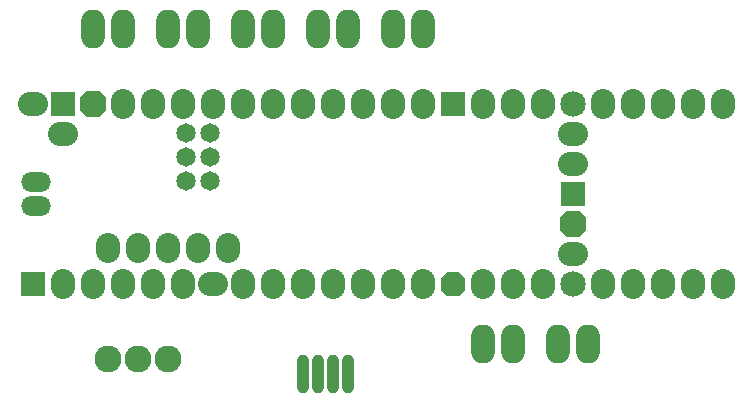
<source format=gbr>
%TF.GenerationSoftware,Altium Limited,Altium Designer,23.10.1 (27)*%
G04 Layer_Physical_Order=1*
G04 Layer_Color=255*
%FSLAX45Y45*%
%MOMM*%
%TF.SameCoordinates,0853C776-B364-4FBC-9FD6-CE7C03B239D3*%
%TF.FilePolarity,Positive*%
%TF.FileFunction,Copper,L1,Top,Signal*%
%TF.Part,Single*%
G01*
G75*
%TA.AperFunction,ComponentPad*%
%ADD10O,1.01600X3.30200*%
%ADD11C,1.65100*%
%ADD12O,2.54000X1.65100*%
%ADD13R,2.15900X2.15900*%
%ADD14O,2.03200X2.54000*%
%ADD15C,2.15900*%
G04:AMPARAMS|DCode=16|XSize=2.032mm|YSize=2.032mm|CornerRadius=0mm|HoleSize=0mm|Usage=FLASHONLY|Rotation=90.000|XOffset=0mm|YOffset=0mm|HoleType=Round|Shape=Octagon|*
%AMOCTAGOND16*
4,1,8,0.50800,1.01600,-0.50800,1.01600,-1.01600,0.50800,-1.01600,-0.50800,-0.50800,-1.01600,0.50800,-1.01600,1.01600,-0.50800,1.01600,0.50800,0.50800,1.01600,0.0*
%
%ADD16OCTAGOND16*%

%ADD17O,2.54000X2.03200*%
%ADD18O,2.54000X2.03200*%
G04:AMPARAMS|DCode=19|XSize=2.159mm|YSize=2.159mm|CornerRadius=0mm|HoleSize=0mm|Usage=FLASHONLY|Rotation=90.000|XOffset=0mm|YOffset=0mm|HoleType=Round|Shape=Octagon|*
%AMOCTAGOND19*
4,1,8,0.53975,1.07950,-0.53975,1.07950,-1.07950,0.53975,-1.07950,-0.53975,-0.53975,-1.07950,0.53975,-1.07950,1.07950,-0.53975,1.07950,0.53975,0.53975,1.07950,0.0*
%
%ADD19OCTAGOND19*%

%ADD20R,2.15900X2.15900*%
%ADD21R,2.03200X2.03200*%
%ADD22O,2.03200X3.30200*%
%ADD23C,2.28600*%
D10*
X3175000Y381000D02*
D03*
X3302000D02*
D03*
X3429000D02*
D03*
X3556000D02*
D03*
D11*
X2386000Y2016989D02*
D03*
Y2216988D02*
D03*
Y2416988D02*
D03*
X2186000Y2016989D02*
D03*
Y2216988D02*
D03*
Y2416988D02*
D03*
D12*
X912012Y1805000D02*
D03*
Y2005000D02*
D03*
D13*
X4445000Y2667000D02*
D03*
X889000Y1143000D02*
D03*
D14*
X4699000D02*
D03*
X2540000Y1442999D02*
D03*
X2286000D02*
D03*
X2032000D02*
D03*
X1778000D02*
D03*
X1524000D02*
D03*
X6731000Y2667000D02*
D03*
X6477000D02*
D03*
X6223000D02*
D03*
X5969000D02*
D03*
X5715000D02*
D03*
X5207000D02*
D03*
X4953000D02*
D03*
X4699000D02*
D03*
X6731000Y1143000D02*
D03*
X6477000D02*
D03*
X6223000D02*
D03*
X5969000D02*
D03*
X5715000D02*
D03*
X5207000D02*
D03*
X4953000D02*
D03*
X1651000Y2667000D02*
D03*
X1905000D02*
D03*
X2159000D02*
D03*
X2413000D02*
D03*
X2667000D02*
D03*
X2921000D02*
D03*
X3175000D02*
D03*
X3429000D02*
D03*
X3683000D02*
D03*
X3937000D02*
D03*
Y1143000D02*
D03*
X3683000D02*
D03*
X3429000D02*
D03*
X3175000D02*
D03*
X2921000D02*
D03*
X2667000D02*
D03*
X2159000D02*
D03*
X1905000D02*
D03*
X1651000D02*
D03*
X1397000D02*
D03*
X1143000D02*
D03*
X4191000D02*
D03*
Y2667000D02*
D03*
D15*
X5461000D02*
D03*
Y1143000D02*
D03*
D16*
X4445000D02*
D03*
D17*
X1143000Y2413000D02*
D03*
X5461000Y1397000D02*
D03*
D18*
X2413000Y1143000D02*
D03*
X5461000Y2413000D02*
D03*
Y2159000D02*
D03*
X889000Y2667000D02*
D03*
D19*
X5461000Y1651000D02*
D03*
X1397000Y2667000D02*
D03*
D20*
X1143000D02*
D03*
D21*
X5461000Y1905000D02*
D03*
D22*
X5334000Y635000D02*
D03*
X5588000D02*
D03*
X4699000D02*
D03*
X4953000D02*
D03*
X1651000Y3302000D02*
D03*
X1397000D02*
D03*
X2286000D02*
D03*
X2032000D02*
D03*
X2921000D02*
D03*
X2667000D02*
D03*
X3556000D02*
D03*
X3302000D02*
D03*
X4191000D02*
D03*
X3937000D02*
D03*
D23*
X2032000Y508000D02*
D03*
X1778000D02*
D03*
X1524000D02*
D03*
%TF.MD5,339dbb2ac4b5560659bb0e2bf9061e13*%
M02*

</source>
